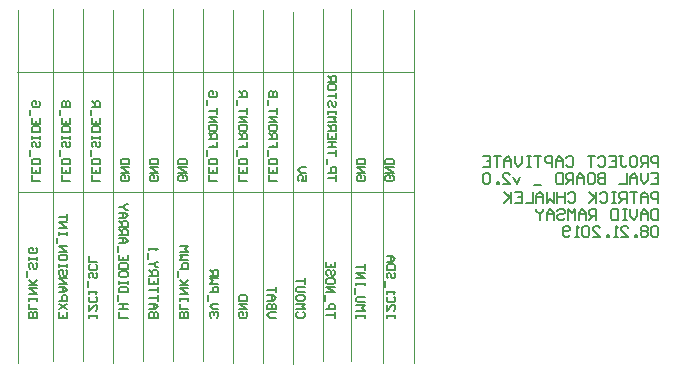
<source format=gbo>
G04*
G04 #@! TF.GenerationSoftware,Altium Limited,Altium Designer,19.1.5 (86)*
G04*
G04 Layer_Color=65280*
%FSLAX44Y44*%
%MOMM*%
G71*
G01*
G75*
%ADD10C,0.1000*%
%ADD15C,0.1524*%
D10*
X191767Y251600D02*
X527520D01*
X193060Y149880D02*
X528320D01*
Y5080D02*
Y303530D01*
X193040Y5080D02*
Y303530D01*
X222250Y6350D02*
Y304800D01*
X247650Y6350D02*
Y304800D01*
X273050Y5080D02*
Y303530D01*
X298450Y6350D02*
Y304800D01*
X323850Y6350D02*
Y304800D01*
X349250Y6350D02*
Y304800D01*
X374650Y5080D02*
Y303530D01*
X400050Y5080D02*
Y303530D01*
X425450Y3810D02*
Y302260D01*
X450850Y6350D02*
Y304800D01*
X474980Y6350D02*
Y304800D01*
X501650Y5080D02*
Y303530D01*
D15*
X509956Y163864D02*
X511141Y162679D01*
Y160309D01*
X509956Y159124D01*
X505217D01*
X504032Y160309D01*
Y162679D01*
X505217Y163864D01*
X507587D01*
Y161494D01*
X504032Y166234D02*
X511141D01*
X504032Y170973D01*
X511141D01*
Y173343D02*
X504032D01*
Y176898D01*
X505217Y178083D01*
X509956D01*
X511141Y176898D01*
Y173343D01*
X485578Y163864D02*
X486763Y162679D01*
Y160309D01*
X485578Y159124D01*
X480838D01*
X479653Y160309D01*
Y162679D01*
X480838Y163864D01*
X483208D01*
Y161494D01*
X479653Y166234D02*
X486763D01*
X479653Y170973D01*
X486763D01*
Y173343D02*
X479653D01*
Y176898D01*
X480838Y178083D01*
X485578D01*
X486763Y176898D01*
Y173343D01*
X462384Y159124D02*
Y163864D01*
Y161494D01*
X455275D01*
Y166234D02*
X462384D01*
Y169788D01*
X461199Y170973D01*
X458830D01*
X457645Y169788D01*
Y166234D01*
X454090Y173343D02*
Y178083D01*
X462384Y180453D02*
Y185193D01*
Y182823D01*
X455275D01*
X462384Y187563D02*
X455275D01*
X458830D01*
Y192302D01*
X462384D01*
X455275D01*
X462384Y199412D02*
Y194672D01*
X455275D01*
Y199412D01*
X458830Y194672D02*
Y197042D01*
X455275Y201782D02*
X462384D01*
Y205337D01*
X461199Y206522D01*
X458830D01*
X457645Y205337D01*
Y201782D01*
Y204152D02*
X455275Y206522D01*
Y208892D02*
X462384D01*
X460014Y211262D01*
X462384Y213631D01*
X455275D01*
X462384Y216001D02*
Y218371D01*
Y217186D01*
X455275D01*
Y216001D01*
Y218371D01*
X461199Y226666D02*
X462384Y225481D01*
Y223111D01*
X461199Y221926D01*
X460014D01*
X458830Y223111D01*
Y225481D01*
X457645Y226666D01*
X456460D01*
X455275Y225481D01*
Y223111D01*
X456460Y221926D01*
X462384Y229036D02*
Y233776D01*
Y231406D01*
X455275D01*
X462384Y239700D02*
Y237330D01*
X461199Y236145D01*
X456460D01*
X455275Y237330D01*
Y239700D01*
X456460Y240885D01*
X461199D01*
X462384Y239700D01*
X455275Y243255D02*
X462384D01*
Y246810D01*
X461199Y247995D01*
X458830D01*
X457645Y246810D01*
Y243255D01*
Y245625D02*
X455275Y247995D01*
X436821Y163864D02*
Y159124D01*
X433266D01*
X434451Y161494D01*
Y162679D01*
X433266Y163864D01*
X430896D01*
X429711Y162679D01*
Y160309D01*
X430896Y159124D01*
X436821Y166234D02*
X432081D01*
X429711Y168603D01*
X432081Y170973D01*
X436821D01*
X412443Y159124D02*
X405333D01*
Y163864D01*
X412443Y170973D02*
Y166234D01*
X405333D01*
Y170973D01*
X408888Y166234D02*
Y168603D01*
X412443Y173343D02*
X405333D01*
Y176898D01*
X406518Y178083D01*
X411258D01*
X412443Y176898D01*
Y173343D01*
X404148Y180453D02*
Y185193D01*
X412443Y192302D02*
Y187563D01*
X408888D01*
Y189932D01*
Y187563D01*
X405333D01*
Y194672D02*
X412443D01*
Y198227D01*
X411258Y199412D01*
X408888D01*
X407703Y198227D01*
Y194672D01*
Y197042D02*
X405333Y199412D01*
X412443Y205337D02*
Y202967D01*
X411258Y201782D01*
X406518D01*
X405333Y202967D01*
Y205337D01*
X406518Y206522D01*
X411258D01*
X412443Y205337D01*
X405333Y208892D02*
X412443D01*
X405333Y213631D01*
X412443D01*
Y216001D02*
Y220741D01*
Y218371D01*
X405333D01*
X404148Y223111D02*
Y227851D01*
X412443Y230221D02*
X405333D01*
Y233776D01*
X406518Y234961D01*
X407703D01*
X408888Y233776D01*
Y230221D01*
Y233776D01*
X410073Y234961D01*
X411258D01*
X412443Y233776D01*
Y230221D01*
X386879Y159124D02*
X379769D01*
Y163864D01*
X386879Y170973D02*
Y166234D01*
X379769D01*
Y170973D01*
X383324Y166234D02*
Y168603D01*
X386879Y173343D02*
X379769D01*
Y176898D01*
X380954Y178083D01*
X385694D01*
X386879Y176898D01*
Y173343D01*
X378585Y180453D02*
Y185193D01*
X386879Y192302D02*
Y187563D01*
X383324D01*
Y189932D01*
Y187563D01*
X379769D01*
Y194672D02*
X386879D01*
Y198227D01*
X385694Y199412D01*
X383324D01*
X382139Y198227D01*
Y194672D01*
Y197042D02*
X379769Y199412D01*
X386879Y205337D02*
Y202967D01*
X385694Y201782D01*
X380954D01*
X379769Y202967D01*
Y205337D01*
X380954Y206522D01*
X385694D01*
X386879Y205337D01*
X379769Y208892D02*
X386879D01*
X379769Y213631D01*
X386879D01*
Y216001D02*
Y220741D01*
Y218371D01*
X379769D01*
X378585Y223111D02*
Y227851D01*
X379769Y230221D02*
X386879D01*
Y233776D01*
X385694Y234961D01*
X383324D01*
X382139Y233776D01*
Y230221D01*
Y232591D02*
X379769Y234961D01*
X361316Y159124D02*
X354206D01*
Y163864D01*
X361316Y170973D02*
Y166234D01*
X354206D01*
Y170973D01*
X357761Y166234D02*
Y168603D01*
X361316Y173343D02*
X354206D01*
Y176898D01*
X355391Y178083D01*
X360131D01*
X361316Y176898D01*
Y173343D01*
X353021Y180453D02*
Y185193D01*
X361316Y192302D02*
Y187563D01*
X357761D01*
Y189932D01*
Y187563D01*
X354206D01*
Y194672D02*
X361316D01*
Y198227D01*
X360131Y199412D01*
X357761D01*
X356576Y198227D01*
Y194672D01*
Y197042D02*
X354206Y199412D01*
X361316Y205337D02*
Y202967D01*
X360131Y201782D01*
X355391D01*
X354206Y202967D01*
Y205337D01*
X355391Y206522D01*
X360131D01*
X361316Y205337D01*
X354206Y208892D02*
X361316D01*
X354206Y213631D01*
X361316D01*
Y216001D02*
Y220741D01*
Y218371D01*
X354206D01*
X353021Y223111D02*
Y227851D01*
X360131Y234961D02*
X361316Y233776D01*
Y231406D01*
X360131Y230221D01*
X355391D01*
X354206Y231406D01*
Y233776D01*
X355391Y234961D01*
X357761D01*
Y232591D01*
X334567Y163864D02*
X335752Y162679D01*
Y160309D01*
X334567Y159124D01*
X329827D01*
X328643Y160309D01*
Y162679D01*
X329827Y163864D01*
X332197D01*
Y161494D01*
X328643Y166234D02*
X335752D01*
X328643Y170973D01*
X335752D01*
Y173343D02*
X328643D01*
Y176898D01*
X329827Y178083D01*
X334567D01*
X335752Y176898D01*
Y173343D01*
X310189Y163864D02*
X311374Y162679D01*
Y160309D01*
X310189Y159124D01*
X305449D01*
X304264Y160309D01*
Y162679D01*
X305449Y163864D01*
X307819D01*
Y161494D01*
X304264Y166234D02*
X311374D01*
X304264Y170973D01*
X311374D01*
Y173343D02*
X304264D01*
Y176898D01*
X305449Y178083D01*
X310189D01*
X311374Y176898D01*
Y173343D01*
X285810Y163864D02*
X286995Y162679D01*
Y160309D01*
X285810Y159124D01*
X281071D01*
X279886Y160309D01*
Y162679D01*
X281071Y163864D01*
X283440D01*
Y161494D01*
X279886Y166234D02*
X286995D01*
X279886Y170973D01*
X286995D01*
Y173343D02*
X279886D01*
Y176898D01*
X281071Y178083D01*
X285810D01*
X286995Y176898D01*
Y173343D01*
X262617Y159124D02*
X255507D01*
Y163864D01*
X262617Y170973D02*
Y166234D01*
X255507D01*
Y170973D01*
X259062Y166234D02*
Y168603D01*
X262617Y173343D02*
X255507D01*
Y176898D01*
X256692Y178083D01*
X261432D01*
X262617Y176898D01*
Y173343D01*
X254322Y180453D02*
Y185193D01*
X261432Y192302D02*
X262617Y191117D01*
Y188748D01*
X261432Y187563D01*
X260247D01*
X259062Y188748D01*
Y191117D01*
X257877Y192302D01*
X256692D01*
X255507Y191117D01*
Y188748D01*
X256692Y187563D01*
X262617Y194672D02*
Y197042D01*
Y195857D01*
X255507D01*
Y194672D01*
Y197042D01*
X262617Y200597D02*
X255507D01*
Y204152D01*
X256692Y205337D01*
X261432D01*
X262617Y204152D01*
Y200597D01*
Y212447D02*
Y207707D01*
X255507D01*
Y212447D01*
X259062Y207707D02*
Y210077D01*
X254322Y214816D02*
Y219556D01*
X255507Y221926D02*
X262617D01*
Y225481D01*
X261432Y226666D01*
X259062D01*
X257877Y225481D01*
Y221926D01*
Y224296D02*
X255507Y226666D01*
X237054Y159124D02*
X229944D01*
Y163864D01*
X237054Y170973D02*
Y166234D01*
X229944D01*
Y170973D01*
X233499Y166234D02*
Y168603D01*
X237054Y173343D02*
X229944D01*
Y176898D01*
X231129Y178083D01*
X235868D01*
X237054Y176898D01*
Y173343D01*
X228759Y180453D02*
Y185193D01*
X235868Y192302D02*
X237054Y191117D01*
Y188748D01*
X235868Y187563D01*
X234684D01*
X233499Y188748D01*
Y191117D01*
X232314Y192302D01*
X231129D01*
X229944Y191117D01*
Y188748D01*
X231129Y187563D01*
X237054Y194672D02*
Y197042D01*
Y195857D01*
X229944D01*
Y194672D01*
Y197042D01*
X237054Y200597D02*
X229944D01*
Y204152D01*
X231129Y205337D01*
X235868D01*
X237054Y204152D01*
Y200597D01*
Y212447D02*
Y207707D01*
X229944D01*
Y212447D01*
X233499Y207707D02*
Y210077D01*
X228759Y214816D02*
Y219556D01*
X237054Y221926D02*
X229944D01*
Y225481D01*
X231129Y226666D01*
X232314D01*
X233499Y225481D01*
Y221926D01*
Y225481D01*
X234684Y226666D01*
X235868D01*
X237054Y225481D01*
Y221926D01*
X211490Y159124D02*
X204380D01*
Y163864D01*
X211490Y170973D02*
Y166234D01*
X204380D01*
Y170973D01*
X207935Y166234D02*
Y168603D01*
X211490Y173343D02*
X204380D01*
Y176898D01*
X205565Y178083D01*
X210305D01*
X211490Y176898D01*
Y173343D01*
X203195Y180453D02*
Y185193D01*
X210305Y192302D02*
X211490Y191117D01*
Y188748D01*
X210305Y187563D01*
X209120D01*
X207935Y188748D01*
Y191117D01*
X206750Y192302D01*
X205565D01*
X204380Y191117D01*
Y188748D01*
X205565Y187563D01*
X211490Y194672D02*
Y197042D01*
Y195857D01*
X204380D01*
Y194672D01*
Y197042D01*
X211490Y200597D02*
X204380D01*
Y204152D01*
X205565Y205337D01*
X210305D01*
X211490Y204152D01*
Y200597D01*
Y212447D02*
Y207707D01*
X204380D01*
Y212447D01*
X207935Y207707D02*
Y210077D01*
X203195Y214816D02*
Y219556D01*
X210305Y226666D02*
X211490Y225481D01*
Y223111D01*
X210305Y221926D01*
X205565D01*
X204380Y223111D01*
Y225481D01*
X205565Y226666D01*
X207935D01*
Y224296D01*
X512156Y43554D02*
Y45924D01*
Y44739D01*
X505047D01*
Y43554D01*
Y45924D01*
Y54218D02*
Y49479D01*
X509786Y54218D01*
X510971D01*
X512156Y53033D01*
Y50664D01*
X510971Y49479D01*
Y61328D02*
X512156Y60143D01*
Y57773D01*
X510971Y56588D01*
X506231D01*
X505047Y57773D01*
Y60143D01*
X506231Y61328D01*
X505047Y63698D02*
Y66068D01*
Y64883D01*
X512156D01*
X510971Y63698D01*
X503862Y69623D02*
Y74363D01*
X510971Y81472D02*
X512156Y80287D01*
Y77917D01*
X510971Y76733D01*
X509786D01*
X508601Y77917D01*
Y80287D01*
X507416Y81472D01*
X506231D01*
X505047Y80287D01*
Y77917D01*
X506231Y76733D01*
X512156Y83842D02*
X505047D01*
Y87397D01*
X506231Y88582D01*
X510971D01*
X512156Y87397D01*
Y83842D01*
X505047Y90952D02*
X509786D01*
X512156Y93322D01*
X509786Y95692D01*
X505047D01*
X508601D01*
Y90952D01*
X486593Y43554D02*
Y45924D01*
Y44739D01*
X479483D01*
Y43554D01*
Y45924D01*
Y49479D02*
X486593D01*
X484223Y51849D01*
X486593Y54218D01*
X479483D01*
X486593Y56588D02*
X480668D01*
X479483Y57773D01*
Y60143D01*
X480668Y61328D01*
X486593D01*
X478298Y63698D02*
Y68438D01*
X486593Y70808D02*
Y73178D01*
Y71993D01*
X479483D01*
Y70808D01*
Y73178D01*
Y76733D02*
X486593D01*
X479483Y81472D01*
X486593D01*
Y83842D02*
Y88582D01*
Y86212D01*
X479483D01*
X461029Y43554D02*
Y48294D01*
Y45924D01*
X453920D01*
Y50664D02*
X461029D01*
Y54218D01*
X459844Y55403D01*
X457475D01*
X456290Y54218D01*
Y50664D01*
X452735Y57773D02*
Y62513D01*
X453920Y64883D02*
X461029D01*
X453920Y69623D01*
X461029D01*
Y75547D02*
Y73178D01*
X459844Y71993D01*
X455105D01*
X453920Y73178D01*
Y75547D01*
X455105Y76732D01*
X459844D01*
X461029Y75547D01*
X459844Y83842D02*
X461029Y82657D01*
Y80287D01*
X459844Y79102D01*
X458660D01*
X457475Y80287D01*
Y82657D01*
X456290Y83842D01*
X455105D01*
X453920Y82657D01*
Y80287D01*
X455105Y79102D01*
X461029Y90952D02*
Y86212D01*
X453920D01*
Y90952D01*
X457475Y86212D02*
Y88582D01*
X434281Y48294D02*
X435466Y47109D01*
Y44739D01*
X434281Y43554D01*
X429541D01*
X428356Y44739D01*
Y47109D01*
X429541Y48294D01*
X428356Y50664D02*
X435466D01*
X433096Y53033D01*
X435466Y55403D01*
X428356D01*
X435466Y61328D02*
Y58958D01*
X434281Y57773D01*
X429541D01*
X428356Y58958D01*
Y61328D01*
X429541Y62513D01*
X434281D01*
X435466Y61328D01*
Y64883D02*
X429541D01*
X428356Y66068D01*
Y68438D01*
X429541Y69623D01*
X435466D01*
Y71993D02*
Y76732D01*
Y74363D01*
X428356D01*
X411087Y43554D02*
X406348D01*
X403978Y45924D01*
X406348Y48294D01*
X411087D01*
Y50664D02*
X403978D01*
Y54218D01*
X405163Y55403D01*
X406348D01*
X407533Y54218D01*
Y50664D01*
Y54218D01*
X408718Y55403D01*
X409903D01*
X411087Y54218D01*
Y50664D01*
X403978Y57773D02*
X408718D01*
X411087Y60143D01*
X408718Y62513D01*
X403978D01*
X407533D01*
Y57773D01*
X411087Y64883D02*
Y69623D01*
Y67253D01*
X403978D01*
X385524Y48294D02*
X386709Y47109D01*
Y44739D01*
X385524Y43554D01*
X380784D01*
X379599Y44739D01*
Y47109D01*
X380784Y48294D01*
X383154D01*
Y45924D01*
X379599Y50664D02*
X386709D01*
X379599Y55403D01*
X386709D01*
Y57773D02*
X379599D01*
Y61328D01*
X380784Y62513D01*
X385524D01*
X386709Y61328D01*
Y57773D01*
X361146Y43554D02*
X362331Y44739D01*
Y47109D01*
X361146Y48294D01*
X359961D01*
X358776Y47109D01*
Y45924D01*
Y47109D01*
X357591Y48294D01*
X356406D01*
X355221Y47109D01*
Y44739D01*
X356406Y43554D01*
X362331Y50664D02*
X357591D01*
X355221Y53033D01*
X357591Y55403D01*
X362331D01*
X354036Y57773D02*
Y62513D01*
X355221Y64883D02*
X362331D01*
Y68438D01*
X361146Y69623D01*
X358776D01*
X357591Y68438D01*
Y64883D01*
X362331Y71993D02*
X355221D01*
X357591Y74363D01*
X355221Y76732D01*
X362331D01*
X355221Y79102D02*
X362331D01*
Y82657D01*
X361146Y83842D01*
X358776D01*
X357591Y82657D01*
Y79102D01*
Y81472D02*
X355221Y83842D01*
X336767Y43554D02*
X329658D01*
Y47109D01*
X330842Y48294D01*
X332027D01*
X333212Y47109D01*
Y43554D01*
Y47109D01*
X334397Y48294D01*
X335582D01*
X336767Y47109D01*
Y43554D01*
Y50664D02*
X329658D01*
Y55403D01*
X336767Y57773D02*
Y60143D01*
Y58958D01*
X329658D01*
Y57773D01*
Y60143D01*
Y63698D02*
X336767D01*
X329658Y68438D01*
X336767D01*
Y70808D02*
X329658D01*
X332027D01*
X336767Y75547D01*
X333212Y71993D01*
X329658Y75547D01*
X328473Y77917D02*
Y82657D01*
X329658Y85027D02*
X336767D01*
Y88582D01*
X335582Y89767D01*
X333212D01*
X332027Y88582D01*
Y85027D01*
X336767Y92137D02*
X329658D01*
X332027Y94507D01*
X329658Y96877D01*
X336767D01*
X329658Y99247D02*
X336767D01*
X334397Y101616D01*
X336767Y103986D01*
X329658D01*
X311204Y43554D02*
X304094D01*
Y47109D01*
X305279Y48294D01*
X306464D01*
X307649Y47109D01*
Y43554D01*
Y47109D01*
X308834Y48294D01*
X310019D01*
X311204Y47109D01*
Y43554D01*
X304094Y50664D02*
X308834D01*
X311204Y53033D01*
X308834Y55403D01*
X304094D01*
X307649D01*
Y50664D01*
X311204Y57773D02*
Y62513D01*
Y60143D01*
X304094D01*
X311204Y64883D02*
Y69623D01*
Y67253D01*
X304094D01*
X311204Y76732D02*
Y71993D01*
X304094D01*
Y76732D01*
X307649Y71993D02*
Y74363D01*
X304094Y79102D02*
X311204D01*
Y82657D01*
X310019Y83842D01*
X307649D01*
X306464Y82657D01*
Y79102D01*
Y81472D02*
X304094Y83842D01*
X311204Y86212D02*
X310019D01*
X307649Y88582D01*
X310019Y90952D01*
X311204D01*
X307649Y88582D02*
X304094D01*
X302909Y93322D02*
Y98062D01*
X304094Y100431D02*
Y102801D01*
Y101616D01*
X311204D01*
X310019Y100431D01*
X285640Y43554D02*
X278531D01*
Y48294D01*
X285640Y50664D02*
X278531D01*
X282085D01*
Y55403D01*
X285640D01*
X278531D01*
X277346Y57773D02*
Y62513D01*
X285640Y64883D02*
X278531D01*
Y68438D01*
X279716Y69623D01*
X284455D01*
X285640Y68438D01*
Y64883D01*
Y71993D02*
Y74363D01*
Y73178D01*
X278531D01*
Y71993D01*
Y74363D01*
X285640Y81472D02*
Y79102D01*
X284455Y77917D01*
X279716D01*
X278531Y79102D01*
Y81472D01*
X279716Y82657D01*
X284455D01*
X285640Y81472D01*
Y85027D02*
X278531D01*
Y88582D01*
X279716Y89767D01*
X284455D01*
X285640Y88582D01*
Y85027D01*
Y96877D02*
Y92137D01*
X278531D01*
Y96877D01*
X282085Y92137D02*
Y94507D01*
X277346Y99247D02*
Y103986D01*
X278531Y106356D02*
X283270D01*
X285640Y108726D01*
X283270Y111096D01*
X278531D01*
X282085D01*
Y106356D01*
X278531Y113466D02*
X285640D01*
Y117021D01*
X284455Y118206D01*
X282085D01*
X280900Y117021D01*
Y113466D01*
Y115836D02*
X278531Y118206D01*
Y120576D02*
X285640D01*
Y124130D01*
X284455Y125315D01*
X282085D01*
X280900Y124130D01*
Y120576D01*
Y122945D02*
X278531Y125315D01*
Y127685D02*
X283270D01*
X285640Y130055D01*
X283270Y132425D01*
X278531D01*
X282085D01*
Y127685D01*
X285640Y134795D02*
X284455D01*
X282085Y137165D01*
X284455Y139535D01*
X285640D01*
X282085Y137165D02*
X278531D01*
X260077Y43554D02*
Y45924D01*
Y44739D01*
X252967D01*
Y43554D01*
Y45924D01*
Y54218D02*
Y49479D01*
X257707Y54218D01*
X258892D01*
X260077Y53033D01*
Y50664D01*
X258892Y49479D01*
Y61328D02*
X260077Y60143D01*
Y57773D01*
X258892Y56588D01*
X254152D01*
X252967Y57773D01*
Y60143D01*
X254152Y61328D01*
X252967Y63698D02*
Y66068D01*
Y64883D01*
X260077D01*
X258892Y63698D01*
X251782Y69623D02*
Y74363D01*
X258892Y81472D02*
X260077Y80287D01*
Y77917D01*
X258892Y76733D01*
X257707D01*
X256522Y77917D01*
Y80287D01*
X255337Y81472D01*
X254152D01*
X252967Y80287D01*
Y77917D01*
X254152Y76733D01*
X258892Y88582D02*
X260077Y87397D01*
Y85027D01*
X258892Y83842D01*
X254152D01*
X252967Y85027D01*
Y87397D01*
X254152Y88582D01*
X260077Y90952D02*
X252967D01*
Y95692D01*
X234513Y48294D02*
Y43554D01*
X227404D01*
Y48294D01*
X230959Y43554D02*
Y45924D01*
X234513Y50664D02*
X227404Y55403D01*
X234513D02*
X227404Y50664D01*
Y57773D02*
X234513D01*
Y61328D01*
X233328Y62513D01*
X230959D01*
X229774Y61328D01*
Y57773D01*
X227404Y64883D02*
X232144D01*
X234513Y67253D01*
X232144Y69623D01*
X227404D01*
X230959D01*
Y64883D01*
X227404Y71993D02*
X234513D01*
X227404Y76732D01*
X234513D01*
X233328Y83842D02*
X234513Y82657D01*
Y80287D01*
X233328Y79102D01*
X232144D01*
X230959Y80287D01*
Y82657D01*
X229774Y83842D01*
X228589D01*
X227404Y82657D01*
Y80287D01*
X228589Y79102D01*
X234513Y86212D02*
Y88582D01*
Y87397D01*
X227404D01*
Y86212D01*
Y88582D01*
X234513Y95692D02*
Y93322D01*
X233328Y92137D01*
X228589D01*
X227404Y93322D01*
Y95692D01*
X228589Y96877D01*
X233328D01*
X234513Y95692D01*
X227404Y99247D02*
X234513D01*
X227404Y103986D01*
X234513D01*
X226219Y106356D02*
Y111096D01*
X234513Y113466D02*
Y115836D01*
Y114651D01*
X227404D01*
Y113466D01*
Y115836D01*
Y119391D02*
X234513D01*
X227404Y124130D01*
X234513D01*
Y126500D02*
Y131240D01*
Y128870D01*
X227404D01*
X208950Y43554D02*
X201840D01*
Y47109D01*
X203025Y48294D01*
X204210D01*
X205395Y47109D01*
Y43554D01*
Y47109D01*
X206580Y48294D01*
X207765D01*
X208950Y47109D01*
Y43554D01*
Y50664D02*
X201840D01*
Y55403D01*
X208950Y57773D02*
Y60143D01*
Y58958D01*
X201840D01*
Y57773D01*
Y60143D01*
Y63698D02*
X208950D01*
X201840Y68438D01*
X208950D01*
Y70808D02*
X201840D01*
X204210D01*
X208950Y75547D01*
X205395Y71993D01*
X201840Y75547D01*
X200655Y77917D02*
Y82657D01*
X207765Y89767D02*
X208950Y88582D01*
Y86212D01*
X207765Y85027D01*
X206580D01*
X205395Y86212D01*
Y88582D01*
X204210Y89767D01*
X203025D01*
X201840Y88582D01*
Y86212D01*
X203025Y85027D01*
X208950Y92137D02*
Y94507D01*
Y93322D01*
X201840D01*
Y92137D01*
Y94507D01*
X207765Y102801D02*
X208950Y101616D01*
Y99247D01*
X207765Y98062D01*
X203025D01*
X201840Y99247D01*
Y101616D01*
X203025Y102801D01*
X205395D01*
Y100431D01*
X735076Y171330D02*
Y180327D01*
X730577D01*
X729078Y178827D01*
Y175828D01*
X730577Y174329D01*
X735076D01*
X726079Y171330D02*
Y180327D01*
X721580D01*
X720081Y178827D01*
Y175828D01*
X721580Y174329D01*
X726079D01*
X723080D02*
X720081Y171330D01*
X712583Y180327D02*
X715582D01*
X717082Y178827D01*
Y172829D01*
X715582Y171330D01*
X712583D01*
X711084Y172829D01*
Y178827D01*
X712583Y180327D01*
X702087D02*
X705086D01*
X703586D01*
Y172829D01*
X705086Y171330D01*
X706585D01*
X708085Y172829D01*
X693090Y180327D02*
X699088D01*
Y171330D01*
X693090D01*
X699088Y175828D02*
X696089D01*
X684092Y178827D02*
X685592Y180327D01*
X688591D01*
X690091Y178827D01*
Y172829D01*
X688591Y171330D01*
X685592D01*
X684092Y172829D01*
X681094Y180327D02*
X675095D01*
X678094D01*
Y171330D01*
X657101Y178827D02*
X658601Y180327D01*
X661600D01*
X663099Y178827D01*
Y172829D01*
X661600Y171330D01*
X658601D01*
X657101Y172829D01*
X654102Y171330D02*
Y177328D01*
X651103Y180327D01*
X648104Y177328D01*
Y171330D01*
Y175828D01*
X654102D01*
X645105Y171330D02*
Y180327D01*
X640607D01*
X639107Y178827D01*
Y175828D01*
X640607Y174329D01*
X645105D01*
X636108Y180327D02*
X630110D01*
X633109D01*
Y171330D01*
X627111Y180327D02*
X624112D01*
X625611D01*
Y171330D01*
X627111D01*
X624112D01*
X619613Y180327D02*
Y174329D01*
X616614Y171330D01*
X613615Y174329D01*
Y180327D01*
X610616Y171330D02*
Y177328D01*
X607617Y180327D01*
X604618Y177328D01*
Y171330D01*
Y175828D01*
X610616D01*
X601619Y180327D02*
X595621D01*
X598620D01*
Y171330D01*
X586624Y180327D02*
X592622D01*
Y171330D01*
X586624D01*
X592622Y175828D02*
X589623D01*
X729078Y165873D02*
X735076D01*
Y156876D01*
X729078D01*
X735076Y161374D02*
X732077D01*
X726079Y165873D02*
Y159875D01*
X723080Y156876D01*
X720081Y159875D01*
Y165873D01*
X717082Y156876D02*
Y162874D01*
X714083Y165873D01*
X711084Y162874D01*
Y156876D01*
Y161374D01*
X717082D01*
X708085Y165873D02*
Y156876D01*
X702087D01*
X690091Y165873D02*
Y156876D01*
X685592D01*
X684092Y158375D01*
Y159875D01*
X685592Y161374D01*
X690091D01*
X685592D01*
X684092Y162874D01*
Y164373D01*
X685592Y165873D01*
X690091D01*
X676595D02*
X679594D01*
X681094Y164373D01*
Y158375D01*
X679594Y156876D01*
X676595D01*
X675095Y158375D01*
Y164373D01*
X676595Y165873D01*
X672096Y156876D02*
Y162874D01*
X669097Y165873D01*
X666098Y162874D01*
Y156876D01*
Y161374D01*
X672096D01*
X663099Y156876D02*
Y165873D01*
X658601D01*
X657101Y164373D01*
Y161374D01*
X658601Y159875D01*
X663099D01*
X660100D02*
X657101Y156876D01*
X654102Y165873D02*
Y156876D01*
X649604D01*
X648104Y158375D01*
Y164373D01*
X649604Y165873D01*
X654102D01*
X636108Y155376D02*
X630110D01*
X618114Y162874D02*
X615115Y156876D01*
X612116Y162874D01*
X603119Y156876D02*
X609117D01*
X603119Y162874D01*
Y164373D01*
X604618Y165873D01*
X607617D01*
X609117Y164373D01*
X600120Y156876D02*
Y158375D01*
X598620D01*
Y156876D01*
X600120D01*
X592622Y164373D02*
X591123Y165873D01*
X588124D01*
X586624Y164373D01*
Y158375D01*
X588124Y156876D01*
X591123D01*
X592622Y158375D01*
Y164373D01*
X735076Y140922D02*
Y149919D01*
X730577D01*
X729078Y148420D01*
Y145421D01*
X730577Y143921D01*
X735076D01*
X726079Y140922D02*
Y146920D01*
X723080Y149919D01*
X720081Y146920D01*
Y140922D01*
Y145421D01*
X726079D01*
X717082Y149919D02*
X711084D01*
X714083D01*
Y140922D01*
X708085D02*
Y149919D01*
X703586D01*
X702087Y148420D01*
Y145421D01*
X703586Y143921D01*
X708085D01*
X705086D02*
X702087Y140922D01*
X699088Y149919D02*
X696089D01*
X697588D01*
Y140922D01*
X699088D01*
X696089D01*
X685592Y148420D02*
X687092Y149919D01*
X690091D01*
X691590Y148420D01*
Y142422D01*
X690091Y140922D01*
X687092D01*
X685592Y142422D01*
X682593Y149919D02*
Y140922D01*
Y143921D01*
X676595Y149919D01*
X681094Y145421D01*
X676595Y140922D01*
X658601Y148420D02*
X660100Y149919D01*
X663099D01*
X664599Y148420D01*
Y142422D01*
X663099Y140922D01*
X660100D01*
X658601Y142422D01*
X655602Y149919D02*
Y140922D01*
Y145421D01*
X649604D01*
Y149919D01*
Y140922D01*
X646605Y149919D02*
Y140922D01*
X643606Y143921D01*
X640607Y140922D01*
Y149919D01*
X637608Y140922D02*
Y146920D01*
X634608Y149919D01*
X631609Y146920D01*
Y140922D01*
Y145421D01*
X637608D01*
X628610Y149919D02*
Y140922D01*
X622612D01*
X613615Y149919D02*
X619613D01*
Y140922D01*
X613615D01*
X619613Y145421D02*
X616614D01*
X610616Y149919D02*
Y140922D01*
Y143921D01*
X604618Y149919D01*
X609117Y145421D01*
X604618Y140922D01*
X735076Y135465D02*
Y126468D01*
X730577D01*
X729078Y127968D01*
Y133966D01*
X730577Y135465D01*
X735076D01*
X726079Y126468D02*
Y132466D01*
X723080Y135465D01*
X720081Y132466D01*
Y126468D01*
Y130967D01*
X726079D01*
X717082Y135465D02*
Y129467D01*
X714083Y126468D01*
X711084Y129467D01*
Y135465D01*
X708085D02*
X705086D01*
X706585D01*
Y126468D01*
X708085D01*
X705086D01*
X700587Y135465D02*
Y126468D01*
X696089D01*
X694589Y127968D01*
Y133966D01*
X696089Y135465D01*
X700587D01*
X682593Y126468D02*
Y135465D01*
X678094D01*
X676595Y133966D01*
Y130967D01*
X678094Y129467D01*
X682593D01*
X679594D02*
X676595Y126468D01*
X673596D02*
Y132466D01*
X670597Y135465D01*
X667598Y132466D01*
Y126468D01*
Y130967D01*
X673596D01*
X664599Y126468D02*
Y135465D01*
X661600Y132466D01*
X658601Y135465D01*
Y126468D01*
X649604Y133966D02*
X651103Y135465D01*
X654102D01*
X655602Y133966D01*
Y132466D01*
X654102Y130967D01*
X651103D01*
X649604Y129467D01*
Y127968D01*
X651103Y126468D01*
X654102D01*
X655602Y127968D01*
X646605Y126468D02*
Y132466D01*
X643606Y135465D01*
X640607Y132466D01*
Y126468D01*
Y130967D01*
X646605D01*
X637608Y135465D02*
Y133966D01*
X634608Y130967D01*
X631609Y133966D01*
Y135465D01*
X634608Y130967D02*
Y126468D01*
X735076Y119512D02*
X733577Y121011D01*
X730577D01*
X729078Y119512D01*
Y113513D01*
X730577Y112014D01*
X733577D01*
X735076Y113513D01*
Y119512D01*
X726079D02*
X724579Y121011D01*
X721580D01*
X720081Y119512D01*
Y118012D01*
X721580Y116512D01*
X720081Y115013D01*
Y113513D01*
X721580Y112014D01*
X724579D01*
X726079Y113513D01*
Y115013D01*
X724579Y116512D01*
X726079Y118012D01*
Y119512D01*
X724579Y116512D02*
X721580D01*
X717082Y112014D02*
Y113513D01*
X715582D01*
Y112014D01*
X717082D01*
X703586D02*
X709584D01*
X703586Y118012D01*
Y119512D01*
X705086Y121011D01*
X708085D01*
X709584Y119512D01*
X700587Y112014D02*
X697588D01*
X699088D01*
Y121011D01*
X700587Y119512D01*
X693090Y112014D02*
Y113513D01*
X691590D01*
Y112014D01*
X693090D01*
X679594D02*
X685592D01*
X679594Y118012D01*
Y119512D01*
X681094Y121011D01*
X684092D01*
X685592Y119512D01*
X676595D02*
X675095Y121011D01*
X672096D01*
X670597Y119512D01*
Y113513D01*
X672096Y112014D01*
X675095D01*
X676595Y113513D01*
Y119512D01*
X667598Y112014D02*
X664599D01*
X666098D01*
Y121011D01*
X667598Y119512D01*
X660100Y113513D02*
X658601Y112014D01*
X655602D01*
X654102Y113513D01*
Y119512D01*
X655602Y121011D01*
X658601D01*
X660100Y119512D01*
Y118012D01*
X658601Y116512D01*
X654102D01*
M02*

</source>
